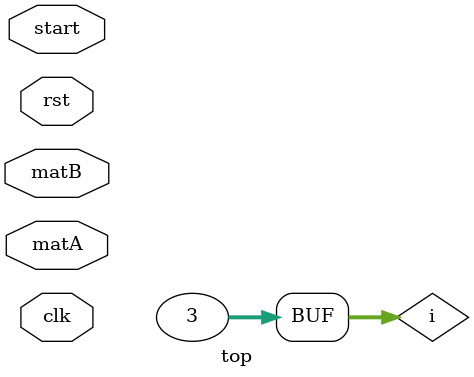
<source format=v>
`timescale 1ns / 1ps
`define sel(row, col) ((row)*N + (col))*BIT_W+:BIT_W

module top #(parameter N = 3,
             parameter BIT_W = 4
             )( input clk, 
                input rst,
                input start, 
                input [N*N*BIT_W-1:0] matA, 
                input [N*N*BIT_W-1:0] matB);
                
localparam IDLE = 2'b00; 
localparam RUN = 2'b01; 
localparam READY = 2'b10; 

localparam NUM_STEPS = N + N - 1; 
localparam CNT_BITS = $clog2(NUM_STEPS) ; 

reg [CNT_BITS - 1: 0] cnt; 
reg [1:0] state; 

always @(posedge clk or posedge rst) begin 
    if (rst) begin 
        cnt <= 'b0;
        state <= IDLE; 
    end else begin 
        state <= (state == IDLE) ? ((start) ? RUN : IDLE) :
                 (state == READY) ? READY : 
                 (cnt == (NUM_STEPS-1)) ? READY : RUN;
                  
        cnt <= (state == IDLE)  ? 'b0:
               (state == READY) ? cnt : 
               (state == RUN)   ? cnt + 1'b1 : cnt;                
    end
end 

reg  [N*BIT_W - 1:0] hor, next_hor; 
reg  [N*BIT_W - 1:0] vert, next_vert;

always @(posedge clk or posedge rst) begin 
    if (rst) begin 
        hor <= 'b0; 
        vert <= 'b0; 
    end else begin 
        hor <= next_hor; 
        vert = next_vert;
    end
end

integer i; 

always @(*) begin 
    case (state)
        RUN: begin 
            for (i = 0; i < N; i = i + 1) begin 
                next_hor[i*BIT_W+:BIT_W] = ((cnt+1'b1) >= i) && (cnt < (i + N - 1'b1)) ? 
                               matB[`sel((1'b1 + cnt - i), i)] : 'b0;
                next_vert[i*BIT_W+:BIT_W] = ((cnt+1'b1) >= i) && (cnt < (i + N - 1'b1)) ? 
                                matA[`sel(i, (1'b1 + cnt - i))] : 'b0;
            end
        end
         IDLE: begin 
            for (i = 0; i < N; i = i + 1) begin 
                next_hor[i*BIT_W+:BIT_W] = 'b0;
                next_vert[i*BIT_W+:BIT_W] = 'b0;
            end
            
            if (start) begin
                next_hor[0+:BIT_W] = matB[`sel(0, 0)]; 
                next_vert[0+:BIT_W] = matA[`sel(0, 0)];
            end
        end
        
        default: begin 
            for (i = 0; i < N; i = i + 1) begin 
                next_hor[i*BIT_W+:BIT_W] = 'b0;
                next_vert[i*BIT_W+:BIT_W] = 'b0;
            end
        end
    endcase
end 

systolic_array #(.BIT_W(BIT_W), .N(N)) 
                 u_systolic_arr( .clk(clk),
                                 .rst(rst),
                                 .hor_reg(hor), 
                                 .vert_reg(vert));
               
endmodule

</source>
